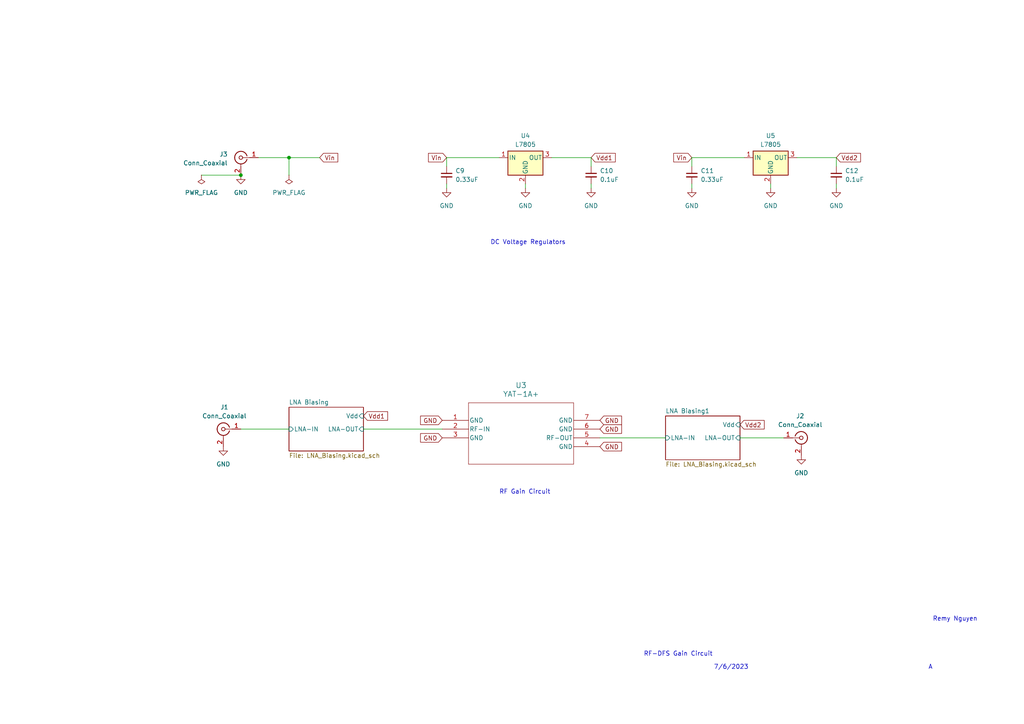
<source format=kicad_sch>
(kicad_sch (version 20230121) (generator eeschema)
  (paper "A4")
  (lib_symbols
    (symbol "Connector:Conn_Coaxial" (pin_names (offset 1.016) hide)
      (property "Reference" "J" (at 0.254 3.048 0))
      (property "Value" "Conn_Coaxial" (at 2.921 0 90))
      (symbol "Conn_Coaxial_0_1"
        (arc (start -1.778 -0.508) (mid 0.2311 -1.8066) (end 1.778 0) (stroke (width 0.254)))
        (polyline (pts (xy -2.54 0) (xy -0.508 0)))
        (polyline (pts (xy 0 -2.54) (xy 0 -1.778)))
        (circle (center 0 0) (radius 0.508) (stroke (width 0.2032)))
        (arc (start 1.778 0) (mid 0.2099 1.8101) (end -1.778 0.508) (stroke (width 0.254)))
      )
      (symbol "Conn_Coaxial_1_1"
        (pin passive line (at -5.08 0 0) (length 2.54) (name "In") (number "1"))
        (pin passive line (at 0 -5.08 90) (length 2.54) (name "Ext") (number "2"))
      )
    )
    (symbol "Device:C_Small" (pin_numbers hide) (pin_names (offset 0.254) hide)
      (property "Reference" "C" (at 0.254 1.778 0))
      (property "Value" "C_Small" (at 0.254 -2.032 0))
      (symbol "C_Small_0_1"
        (polyline (pts (xy -1.524 -0.508) (xy 1.524 -0.508)) (stroke (width 0.3302)))
        (polyline (pts (xy -1.524 0.508) (xy 1.524 0.508)) (stroke (width 0.3048)))
      )
      (symbol "C_Small_1_1"
        (pin passive line (at 0 2.54 270) (length 2.032) (name "~") (number "1"))
        (pin passive line (at 0 -2.54 90) (length 2.032) (name "~") (number "2"))
      )
    )
    (symbol "Regulator_Linear:L7805" (pin_names (offset 0.254))
      (property "Reference" "U" (at -3.81 3.175 0))
      (property "Value" "L7805" (at 0 3.175 0))
      (symbol "L7805_0_1"
        (rectangle (start -5.08 1.905) (end 5.08 -5.08) (stroke (width 0.254)) (fill (type background)))
      )
      (symbol "L7805_1_1"
        (pin power_in line (at -7.62 0 0) (length 2.54) (name "IN") (number "1"))
        (pin power_in line (at 0 -7.62 90) (length 2.54) (name "GND") (number "2"))
        (pin power_out line (at 7.62 0 180) (length 2.54) (name "OUT") (number "3"))
      )
    )
    (symbol "YAT-1A+:YAT-1A+" (pin_names (offset 0.254))
      (property "Reference" "U" (at 22.86 10.16 0))
      (property "Value" "YAT-1A+" (at 22.86 7.62 0))
      (symbol "YAT-1A+_0_1"
        (polyline (pts (xy 7.62 -12.7) (xy 38.1 -12.7)) (stroke (width 0.127)))
        (polyline (pts (xy 7.62 5.08) (xy 7.62 -12.7)) (stroke (width 0.127)))
        (polyline (pts (xy 38.1 -12.7) (xy 38.1 5.08)) (stroke (width 0.127)))
        (polyline (pts (xy 38.1 5.08) (xy 7.62 5.08)) (stroke (width 0.127)))
        (pin input line (at 0 -2.54 0) (length 7.62) (name "RF-IN") (number "2"))
        (pin power_in line (at 45.72 -7.62 180) (length 7.62) (name "GND") (number "4"))
        (pin output line (at 45.72 -5.08 180) (length 7.62) (name "RF-OUT") (number "5"))
        (pin power_in line (at 45.72 -2.54 180) (length 7.62) (name "GND") (number "6"))
        (pin power_in line (at 45.72 0 180) (length 7.62) (name "GND") (number "7"))
      )
      (symbol "YAT-1A+_1_1"
        (pin power_in line (at 0 0 0) (length 7.62) (name "GND") (number "1"))
        (pin power_in line (at 0 -5.08 0) (length 7.62) (name "GND") (number "3"))
      )
    )
    (symbol "power:GND" (power) (pin_names (offset 0))
      (property "Value" "GND" (at 0 -3.81 0))
      (symbol "GND_0_1"
        (polyline (pts (xy 0 0) (xy 0 -1.27) (xy 1.27 -1.27) (xy 0 -2.54) (xy -1.27 -1.27) (xy 0 -1.27)))
      )
      (symbol "GND_1_1"
        (pin power_in line (at 0 0 270) (length 0) hide (name "GND") (number "1"))
      )
    )
    (symbol "power:PWR_FLAG" (power) (pin_numbers hide) (pin_names (offset 0) hide)
      (property "Value" "PWR_FLAG" (at 0 3.81 0))
      (symbol "PWR_FLAG_0_0"
        (pin power_out line (at 0 0 90) (length 0) (name "pwr") (number "1"))
      )
      (symbol "PWR_FLAG_0_1"
        (polyline (pts (xy 0 0) (xy 0 1.27) (xy -1.016 1.905) (xy 0 2.54) (xy 1.016 1.905) (xy 0 1.27)))
      )
    )
  )
  (junction (at 69.85 50.8))
  (junction (at 83.82 45.72))
  (wire (pts (xy 223.52 53.34) (xy 223.52 54.61)))
  (wire (pts (xy 200.66 48.26) (xy 200.66 45.72)))
  (wire (pts (xy 231.14 45.72) (xy 242.57 45.72)))
  (wire (pts (xy 152.4 53.34) (xy 152.4 54.61)))
  (wire (pts (xy 92.71 45.72) (xy 83.82 45.72)))
  (wire (pts (xy 69.85 124.46) (xy 83.82 124.46)))
  (wire (pts (xy 83.82 45.72) (xy 74.93 45.72)))
  (wire (pts (xy 129.54 48.26) (xy 129.54 45.72)))
  (wire (pts (xy 200.66 53.34) (xy 200.66 54.61)))
  (wire (pts (xy 200.66 45.72) (xy 215.9 45.72)))
  (wire (pts (xy 214.63 127) (xy 227.33 127)))
  (wire (pts (xy 83.82 45.72) (xy 83.82 50.8)))
  (wire (pts (xy 171.45 45.72) (xy 171.45 48.26)))
  (wire (pts (xy 242.57 53.34) (xy 242.57 54.61)))
  (wire (pts (xy 242.57 45.72) (xy 242.57 48.26)))
  (wire (pts (xy 171.45 53.34) (xy 171.45 54.61)))
  (wire (pts (xy 58.42 50.8) (xy 69.85 50.8)))
  (wire (pts (xy 129.54 53.34) (xy 129.54 54.61)))
  (wire (pts (xy 173.99 127) (xy 193.04 127)))
  (wire (pts (xy 105.41 124.46) (xy 128.27 124.46)))
  (wire (pts (xy 160.02 45.72) (xy 171.45 45.72)))
  (wire (pts (xy 129.54 45.72) (xy 144.78 45.72)))
  (text "RF-DFS Gain Circuit" (at 186.69 190.5 0) (effects (font (size 1.27 1.27)) (justify left bottom)))
  (text "7/6/2023" (at 207.01 194.31 0) (effects (font (size 1.27 1.27)) (justify left bottom)))
  (text "Remy Nguyen" (at 270.51 180.34 0) (effects (font (size 1.27 1.27)) (justify left bottom)))
  (text "A" (at 269.24 194.31 0) (effects (font (size 1.27 1.27)) (justify left bottom)))
  (text "RF Gain Circuit" (at 144.78 143.51 0) (effects (font (size 1.27 1.27)) (justify left bottom)))
  (text "DC Voltage Regulators" (at 142.24 71.12 0) (effects (font (size 1.27 1.27)) (justify left bottom)))
  (global_label "GND" (shape input) (at 128.27 127 180) (property "Intersheetrefs" "${INTERSHEET_REFS}" (effects hide)))
  (global_label "Vdd1" (shape input) (at 171.45 45.72 0) (property "Intersheetrefs" "${INTERSHEET_REFS}" (effects hide)))
  (global_label "GND" (shape input) (at 173.99 121.92 0) (property "Intersheetrefs" "${INTERSHEET_REFS}" (effects hide)))
  (global_label "Vdd1" (shape input) (at 105.41 120.65 0) (property "Intersheetrefs" "${INTERSHEET_REFS}" (effects hide)))
  (global_label "Vdd2" (shape input) (at 242.57 45.72 0) (property "Intersheetrefs" "${INTERSHEET_REFS}" (effects hide)))
  (global_label "Vin" (shape input) (at 92.71 45.72 0) (property "Intersheetrefs" "${INTERSHEET_REFS}" (effects hide)))
  (global_label "Vin" (shape input) (at 129.54 45.72 180) (property "Intersheetrefs" "${INTERSHEET_REFS}" (effects hide)))
  (global_label "Vin" (shape input) (at 200.66 45.72 180) (property "Intersheetrefs" "${INTERSHEET_REFS}" (effects hide)))
  (global_label "Vdd2" (shape input) (at 214.63 123.19 0) (property "Intersheetrefs" "${INTERSHEET_REFS}" (effects hide)))
  (global_label "GND" (shape input) (at 173.99 129.54 0) (property "Intersheetrefs" "${INTERSHEET_REFS}" (effects hide)))
  (global_label "GND" (shape input) (at 128.27 121.92 180) (property "Intersheetrefs" "${INTERSHEET_REFS}" (effects hide)))
  (global_label "GND" (shape input) (at 173.99 124.46 0) (property "Intersheetrefs" "${INTERSHEET_REFS}" (effects hide)))
  (symbol (lib_id "Device:C_Small") (at 242.57 50.8 0) (unit 1)
    (property "Reference" "C12" (at 245.11 49.5363 0) (effects (justify left)))
    (property "Value" "0.1uF" (at 245.11 52.0763 0) (effects (justify left)))
    (property "Footprint" "Capacitor_SMD:C_0402_1005Metric" (effects hide))
  )
  (symbol (lib_id "power:GND") (at 152.4 54.61 0) (unit 1)
    (property "Reference" "#PWR09" (effects hide))
    (property "Value" "GND" (at 152.4 59.69 0))
  )
  (symbol (lib_id "power:GND") (at 232.41 132.08 0) (mirror y) (unit 1)
    (property "Reference" "#PWR017" (effects hide))
    (property "Value" "GND" (at 232.41 137.16 0))
  )
  (symbol (lib_id "power:GND") (at 129.54 54.61 0) (unit 1)
    (property "Reference" "#PWR010" (effects hide))
    (property "Value" "GND" (at 129.54 59.69 0))
  )
  (symbol (lib_id "Regulator_Linear:L7805") (at 223.52 45.72 0) (unit 1)
    (property "Reference" "U5" (at 223.52 39.37 0))
    (property "Value" "L7805" (at 223.52 41.91 0))
    (property "Footprint" "Package_TO_SOT_SMD:TO-263-2" (effects hide))
    (property "Datasheet" "http://www.st.com/content/ccc/resource/technical/document/datasheet/41/4f/b3/b0/12/d4/47/88/CD00000444.pdf/files/CD00000444.pdf/jcr:content/translations/en.CD00000444.pdf" (effects hide))
  )
  (symbol (lib_id "Connector:Conn_Coaxial") (at 69.85 45.72 0) (mirror y) (unit 1)
    (property "Reference" "J3" (at 66.04 44.7432 0) (effects (justify left)))
    (property "Value" "Conn_Coaxial" (at 66.04 47.2832 0) (effects (justify left)))
    (property "Footprint" "Connector_Coaxial:SMA_Molex_73251-1153_EdgeMount_Horizontal" (effects hide))
    (property "Datasheet" " ~" (effects hide))
  )
  (symbol (lib_id "power:GND") (at 171.45 54.61 0) (unit 1)
    (property "Reference" "#PWR011" (effects hide))
    (property "Value" "GND" (at 171.45 59.69 0))
  )
  (symbol (lib_id "power:GND") (at 223.52 54.61 0) (unit 1)
    (property "Reference" "#PWR013" (effects hide))
    (property "Value" "GND" (at 223.52 59.69 0))
  )
  (symbol (lib_id "Regulator_Linear:L7805") (at 152.4 45.72 0) (unit 1)
    (property "Reference" "U4" (at 152.4 39.37 0))
    (property "Value" "L7805" (at 152.4 41.91 0))
    (property "Footprint" "Package_TO_SOT_SMD:TO-263-2" (effects hide))
    (property "Datasheet" "http://www.st.com/content/ccc/resource/technical/document/datasheet/41/4f/b3/b0/12/d4/47/88/CD00000444.pdf/files/CD00000444.pdf/jcr:content/translations/en.CD00000444.pdf" (effects hide))
  )
  (symbol (lib_id "Device:C_Small") (at 200.66 50.8 0) (unit 1)
    (property "Reference" "C11" (at 203.2 49.5363 0) (effects (justify left)))
    (property "Value" "0.33uF" (at 203.2 52.0763 0) (effects (justify left)))
    (property "Footprint" "Capacitor_SMD:C_0402_1005Metric" (effects hide))
  )
  (symbol (lib_id "Device:C_Small") (at 171.45 50.8 0) (unit 1)
    (property "Reference" "C10" (at 173.99 49.5363 0) (effects (justify left)))
    (property "Value" "0.1uF" (at 173.99 52.0763 0) (effects (justify left)))
    (property "Footprint" "Capacitor_SMD:C_0402_1005Metric" (effects hide))
  )
  (symbol (lib_id "power:GND") (at 69.85 50.8 0) (unit 1)
    (property "Reference" "#PWR015" (effects hide))
    (property "Value" "GND" (at 69.85 55.88 0))
  )
  (symbol (lib_id "Device:C_Small") (at 129.54 50.8 0) (unit 1)
    (property "Reference" "C9" (at 132.08 49.5363 0) (effects (justify left)))
    (property "Value" "0.33uF" (at 132.08 52.0763 0) (effects (justify left)))
    (property "Footprint" "Capacitor_SMD:C_0402_1005Metric" (effects hide))
  )
  (symbol (lib_id "YAT-1A+:YAT-1A+") (at 128.27 121.92 0) (unit 1)
    (property "Reference" "U3" (at 151.13 111.76 0) (effects (font (size 1.524 1.524))))
    (property "Value" "YAT-1A+" (at 151.13 114.3 0) (effects (font (size 1.524 1.524))))
    (property "Footprint" "Imports:MC1630_MNC" (effects hide))
    (property "Datasheet" "YAT-1A+" (effects hide))
  )
  (symbol (lib_id "power:GND") (at 242.57 54.61 0) (unit 1)
    (property "Reference" "#PWR014" (effects hide))
    (property "Value" "GND" (at 242.57 59.69 0))
  )
  (symbol (lib_id "Connector:Conn_Coaxial") (at 64.77 124.46 0) (mirror y) (unit 1)
    (property "Reference" "J1" (at 65.0874 118.11 0))
    (property "Value" "Conn_Coaxial" (at 65.0874 120.65 0))
    (property "Footprint" "Connector_Coaxial:SMA_Molex_73251-1153_EdgeMount_Horizontal" (effects hide))
    (property "Datasheet" " ~" (effects hide))
  )
  (symbol (lib_id "Connector:Conn_Coaxial") (at 232.41 127 0) (unit 1)
    (property "Reference" "J2" (at 232.0926 120.65 0))
    (property "Value" "Conn_Coaxial" (at 232.0926 123.19 0))
    (property "Footprint" "Connector_Coaxial:SMA_Molex_73251-1153_EdgeMount_Horizontal" (effects hide))
    (property "Datasheet" " ~" (effects hide))
  )
  (symbol (lib_id "power:PWR_FLAG") (at 83.82 50.8 180) (unit 1)
    (property "Reference" "#FLG01" (effects hide))
    (property "Value" "PWR_FLAG" (at 83.82 55.88 0))
  )
  (symbol (lib_id "power:PWR_FLAG") (at 58.42 50.8 180) (unit 1)
    (property "Reference" "#FLG02" (effects hide))
    (property "Value" "PWR_FLAG" (at 58.42 55.88 0))
  )
  (symbol (lib_id "power:GND") (at 200.66 54.61 0) (unit 1)
    (property "Reference" "#PWR012" (effects hide))
    (property "Value" "GND" (at 200.66 59.69 0))
  )
  (symbol (lib_id "power:GND") (at 64.77 129.54 0) (unit 1)
    (property "Reference" "#PWR04" (effects hide))
    (property "Value" "GND" (at 64.77 134.62 0))
  )
  (sheet (at 83.82 118.11) (size 21.59 12.7) (stroke (width 0.1524))
    (property "Sheetname" "LNA Biasing" (at 83.82 117.3984 0) (effects (justify left bottom)))
    (property "Sheetfile" "LNA_Biasing.kicad_sch" (at 83.82 131.3946 0) (effects (justify left top)))
    (pin "LNA-OUT" input (at 105.41 124.46 0))
    (pin "LNA-IN" input (at 83.82 124.46 180))
    (pin "Vdd" input (at 105.41 120.65 0))
  )
  (sheet (at 193.04 120.65) (size 21.59 12.7) (stroke (width 0.1524))
    (property "Sheetname" "LNA Biasing1" (at 193.04 119.9384 0) (effects (justify left bottom)))
    (property "Sheetfile" "LNA_Biasing.kicad_sch" (at 193.04 133.9346 0) (effects (justify left top)))
    (pin "LNA-OUT" input (at 214.63 127 0))
    (pin "LNA-IN" input (at 193.04 127 180))
    (pin "Vdd" input (at 214.63 123.19 0))
  )
)
</source>
